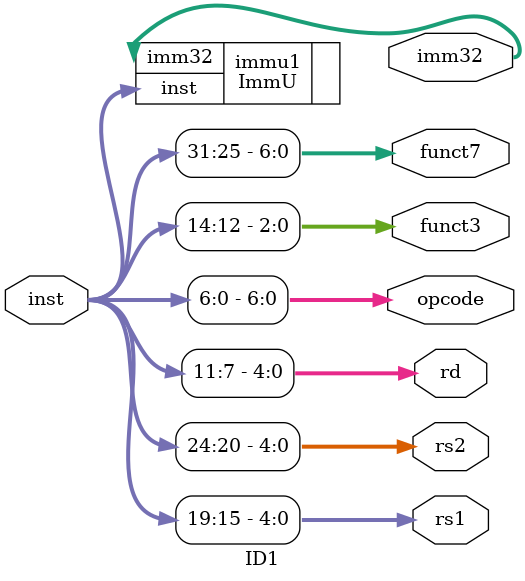
<source format=v>
`include "./ImmU.v"

module ID1 (
    input[31:0] inst,
    output reg[4:0] rs1,
    output reg[4:0] rs2,
    output reg[4:0] rd,
    output reg[6:0] opcode,
    output reg[2:0] funct3,
    output reg[6:0] funct7,
    output [31:0] imm32
);
    ImmU immu1(.inst(inst),.imm32(imm32));
    always @(*) begin
        {funct7,rs2,rs1,funct3,rd,opcode}<=inst;
    end
    
endmodule

</source>
